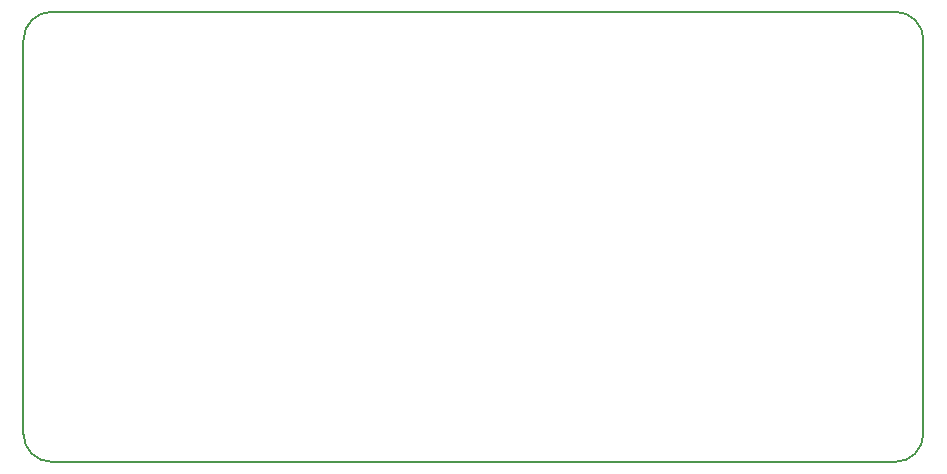
<source format=gm1>
G04 #@! TF.GenerationSoftware,KiCad,Pcbnew,5.0.1*
G04 #@! TF.CreationDate,2019-03-25T02:10:47+08:00*
G04 #@! TF.ProjectId,mykb,6D796B622E6B696361645F7063620000,rev?*
G04 #@! TF.SameCoordinates,Original*
G04 #@! TF.FileFunction,Profile,NP*
%FSLAX46Y46*%
G04 Gerber Fmt 4.6, Leading zero omitted, Abs format (unit mm)*
G04 Created by KiCad (PCBNEW 5.0.1) date 2019年03月25日 星期一 02时10分47秒*
%MOMM*%
%LPD*%
G01*
G04 APERTURE LIST*
%ADD10C,0.150000*%
G04 APERTURE END LIST*
D10*
X136525000Y-103187500D02*
X65087500Y-103187500D01*
X65087500Y-65087500D02*
X136525000Y-65087500D01*
X62706250Y-67468750D02*
G75*
G02X65087500Y-65087500I2381250J0D01*
G01*
X65087500Y-103187500D02*
G75*
G02X62706250Y-100806250I0J2381250D01*
G01*
X138906250Y-100806250D02*
G75*
G02X136525000Y-103187500I-2381250J0D01*
G01*
X136525000Y-65087500D02*
G75*
G02X138906250Y-67468750I0J-2381250D01*
G01*
X62706250Y-67468750D02*
X62706250Y-100806250D01*
X138906250Y-67468750D02*
X138906250Y-100806250D01*
M02*

</source>
